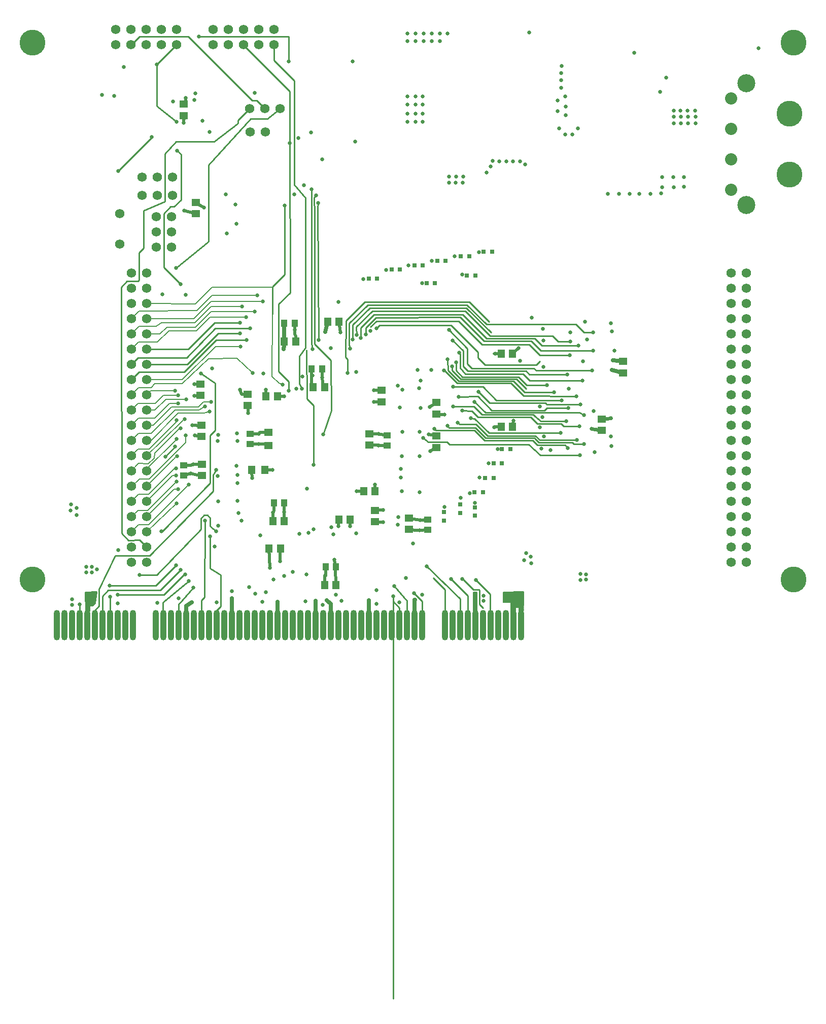
<source format=gbl>
%FSLAX24Y24*%
%MOIN*%
G70*
G01*
G75*
%ADD10C,0.0080*%
%ADD11R,0.2400X0.2600*%
%ADD12R,0.0600X0.1000*%
%ADD13R,0.0400X0.0400*%
%ADD14R,0.0300X0.0300*%
%ADD15R,0.0350X0.0200*%
%ADD16R,0.1024X0.1417*%
%ADD17R,0.0630X0.0630*%
%ADD18R,0.0472X0.0433*%
%ADD19R,0.0600X0.0600*%
%ADD20R,0.1024X0.0630*%
%ADD21R,0.0433X0.0472*%
%ADD22R,0.0787X0.1496*%
%ADD23R,0.0354X0.0315*%
%ADD24R,0.1102X0.2126*%
%ADD25R,0.1417X0.1024*%
%ADD26R,0.1024X0.1417*%
%ADD27O,0.0630X0.0115*%
%ADD28R,0.0630X0.0115*%
%ADD29R,0.0315X0.0354*%
%ADD30R,0.0394X0.0551*%
%ADD31R,0.0394X0.0394*%
%ADD32O,0.0866X0.0256*%
%ADD33O,0.0256X0.0866*%
%ADD34R,0.0256X0.0866*%
%ADD35R,0.0945X0.0315*%
%ADD36O,0.0945X0.0315*%
%ADD37R,0.0157X0.0531*%
%ADD38O,0.0400X0.2000*%
%ADD39R,0.2126X0.1102*%
%ADD40O,0.0600X0.1700*%
%ADD41R,0.0600X0.1700*%
%ADD42R,0.0551X0.0512*%
%ADD43R,0.0200X0.0350*%
%ADD44R,0.0500X0.0180*%
%ADD45O,0.0115X0.0630*%
%ADD46O,0.0115X0.0630*%
%ADD47O,0.0630X0.0115*%
%ADD48R,0.0630X0.0114*%
%ADD49C,0.0100*%
%ADD50C,0.0090*%
%ADD51C,0.0070*%
%ADD52C,0.0150*%
%ADD53C,0.0200*%
%ADD54C,0.0800*%
%ADD55C,0.0250*%
%ADD56C,0.0120*%
%ADD57C,0.0197*%
%ADD58R,0.2035X0.2420*%
%ADD59C,0.0620*%
%ADD60C,0.1700*%
%ADD61C,0.1184*%
%ADD62C,0.0800*%
%ADD63C,0.0250*%
%ADD64R,0.0512X0.0551*%
%ADD65C,0.0280*%
%ADD66C,0.0220*%
D10*
X96360Y26112D02*
Y27000D01*
X96354Y25690D02*
X96374Y27000D01*
X95534Y26280D02*
X96363D01*
X95536Y26220D02*
X96362D01*
X96074Y25920D02*
X96357D01*
X96074Y25860D02*
X96356D01*
X95538Y26160D02*
X96361D01*
X95540Y26100D02*
X96360D01*
X96060Y25970D02*
Y26998D01*
X96000Y25970D02*
Y26997D01*
X95940Y25970D02*
Y26997D01*
X95880Y25970D02*
Y26996D01*
X96074Y25800D02*
X96355D01*
X96074Y25740D02*
X96354D01*
X95834Y25970D02*
X96074D01*
X96300Y25690D02*
Y27000D01*
X96240Y25690D02*
Y26999D01*
X96180Y25690D02*
Y26999D01*
X96120Y25690D02*
Y26998D01*
X96074Y25690D02*
Y25970D01*
Y25690D02*
X96354D01*
X95834D02*
Y25970D01*
X95820Y25690D02*
Y26996D01*
X95760Y25690D02*
Y26996D01*
X95700Y25690D02*
Y26995D01*
X95640Y25690D02*
Y26995D01*
X95580Y25690D02*
Y26994D01*
X95534Y26300D02*
X95554Y25690D01*
X95834D01*
X95054Y26990D02*
X96374Y27000D01*
X95054Y26940D02*
X96373D01*
X95054Y26880D02*
X96372D01*
X95054Y26820D02*
X96371D01*
X95054Y26760D02*
X96370D01*
X95054Y26700D02*
X96369D01*
X95054Y26640D02*
X96368D01*
X95100Y26318D02*
Y26991D01*
X95054Y26320D02*
Y26990D01*
Y26580D02*
X96367D01*
X95054Y26520D02*
X96366D01*
X95054Y26460D02*
X96365D01*
X95054Y26400D02*
X96364D01*
X95054Y26340D02*
X96363D01*
X95542Y26040D02*
X96359D01*
X95544Y25980D02*
X96358D01*
X95520Y26301D02*
Y26994D01*
X95546Y25920D02*
X95834D01*
X95548Y25860D02*
X95834D01*
X95550Y25800D02*
X95834D01*
X95552Y25740D02*
X95834D01*
X95460Y26303D02*
Y26993D01*
X95400Y26306D02*
Y26993D01*
X95340Y26308D02*
Y26992D01*
X95280Y26311D02*
Y26992D01*
X95220Y26313D02*
Y26991D01*
X95160Y26316D02*
Y26991D01*
X95054Y26320D02*
X95534Y26300D01*
X93074Y26970D02*
X93314D01*
X93074Y26940D02*
X93314D01*
X93074Y26880D02*
X93314D01*
X93074Y26820D02*
X93314D01*
X93074Y26760D02*
X93314D01*
X93074Y26700D02*
X93314D01*
X93074Y26640D02*
X93314D01*
X93074Y26580D02*
X93314D01*
Y25730D02*
Y26970D01*
X93300Y25730D02*
Y26970D01*
X93240Y25730D02*
Y26970D01*
X93074Y25730D02*
X93314D01*
X93180D02*
Y26970D01*
X93120Y25730D02*
Y26970D01*
X93074Y25730D02*
Y26970D01*
Y26520D02*
X93314D01*
X93074Y26460D02*
X93314D01*
X93074Y26400D02*
X93314D01*
X93074Y26340D02*
X93314D01*
X93074Y26280D02*
X93314D01*
X93074Y26220D02*
X93314D01*
X93074Y26160D02*
X93314D01*
X93074Y26100D02*
X93314D01*
X93074Y26040D02*
X93314D01*
X93074Y25980D02*
X93314D01*
X93074Y25920D02*
X93314D01*
X93074Y25860D02*
X93314D01*
X93074Y25800D02*
X93314D01*
X93074Y25740D02*
X93314D01*
X68339Y26966D02*
Y27000D01*
X68280Y26567D02*
Y26999D01*
X67584Y26980D02*
X68339Y27000D01*
X68234Y26250D02*
X68339Y26966D01*
X68084Y26080D02*
X68234Y26250D01*
X67584Y26940D02*
X68335D01*
X68220Y26235D02*
Y26997D01*
X68160Y26167D02*
Y26995D01*
X68100Y26099D02*
Y26994D01*
X68040Y26080D02*
Y26992D01*
X67980Y26080D02*
Y26991D01*
X67920Y26080D02*
Y26989D01*
X67860Y25730D02*
Y26987D01*
X67874Y26080D02*
X68084D01*
X67874Y25730D02*
Y26080D01*
X67594Y25730D02*
X67874D01*
X67800D02*
Y26986D01*
X67740Y25730D02*
Y26984D01*
X67680Y25730D02*
Y26983D01*
X67620Y25730D02*
Y26981D01*
X67584Y26980D02*
X67594Y25730D01*
X67584Y26880D02*
X68326D01*
X67585Y26820D02*
X68317D01*
X67585Y26760D02*
X68308D01*
X67586Y26700D02*
X68300D01*
X67586Y26640D02*
X68291D01*
X67587Y26580D02*
X68282D01*
X67587Y26520D02*
X68273D01*
X67588Y26460D02*
X68264D01*
X67588Y26400D02*
X68256D01*
X67589Y26340D02*
X68247D01*
X67589Y26280D02*
X68238D01*
X67590Y26220D02*
X68207D01*
X67590Y26160D02*
X68154D01*
X67591Y26100D02*
X68101D01*
X67591Y26040D02*
X67874D01*
X67592Y25980D02*
X67874D01*
X67592Y25920D02*
X67874D01*
X67593Y25860D02*
X67874D01*
X67593Y25800D02*
X67874D01*
X67593Y25740D02*
X67874D01*
X71594Y45930D02*
X74798Y45919D01*
X79840Y41130D02*
X79860Y45230D01*
X79840Y41130D02*
X80314Y40710D01*
X80524Y40600D01*
X70594Y44930D02*
X71114Y45450D01*
X74906Y45464D01*
X75914Y46481D02*
X78866D01*
X71594Y44930D02*
X74691Y44943D01*
X70594Y43930D02*
X71104Y44440D01*
X72252Y44447D01*
X72557Y44679D02*
X74765D01*
X71594Y43930D02*
X72458Y43943D01*
X72930Y44389D01*
X70594Y42930D02*
X71064Y43400D01*
X72318Y43397D01*
X73078Y44150D01*
X74881D01*
X71594Y40930D02*
X73924D01*
X76137Y43124D01*
X77758D01*
X70594Y39930D02*
X71074Y40410D01*
X71894D01*
X72154Y40670D01*
X73954D01*
X75658Y42322D01*
X77543Y42331D01*
X75384Y38760D02*
X75724Y38860D01*
X75024Y38950D02*
X75444Y39170D01*
X75324Y39470D02*
X75834D01*
X75004Y39130D02*
X75324Y39470D01*
X73954Y38220D02*
X74094Y38350D01*
X71594Y39930D02*
X71884Y40220D01*
X73484D01*
X70594Y38930D02*
X71054Y39390D01*
X72184D01*
X72694Y39900D01*
X73684D01*
X71594Y38930D02*
X72144D01*
X72864Y39650D01*
X74214D01*
X70594Y37930D02*
X71074Y38410D01*
X72124D01*
X73094Y39380D01*
X73674Y39390D01*
X71594Y37930D02*
X72034D01*
X73234Y39130D01*
X75004D01*
X70594Y36930D02*
X71064Y37400D01*
X71904D01*
X73474Y38950D01*
X75024D01*
X71874Y36920D02*
X73674Y38750D01*
X71594Y36930D02*
X71874Y36920D01*
X73674Y38750D02*
X75384Y38760D01*
X70594Y35930D02*
X71054Y36390D01*
X71774D01*
X73574Y38190D01*
Y38280D01*
X71506Y35842D02*
X73954Y38220D01*
X74094Y38350D02*
X74194D01*
X70594Y34930D02*
X71084Y35430D01*
X71694Y35410D01*
X72094Y35790D01*
X72124Y36100D01*
X73774Y37750D01*
X73844D01*
X71534Y35000D02*
X73524Y36990D01*
X73584Y37060D01*
X70594Y33930D02*
X70634D01*
X71134Y34400D01*
X71774Y34410D01*
X74164Y36800D01*
X74174Y37270D01*
X71594Y33930D02*
X73404Y35740D01*
X73604Y35900D01*
X70594Y32930D02*
X71064Y33400D01*
X71734D01*
X73434Y35100D01*
X73554D01*
X71594Y32930D02*
X73304Y34640D01*
X73554D01*
X70594Y31930D02*
X71024Y32360D01*
X71684D01*
X73474Y34150D01*
X73564Y34230D01*
X71594Y31930D02*
X73404Y33740D01*
X73674D01*
X70594Y30930D02*
X71064Y31400D01*
X71724D01*
X73644Y33320D01*
X74374Y34060D01*
X71594Y30930D02*
X73584Y32820D01*
X73544Y32830D02*
X73584Y32820D01*
X72930Y44389D02*
X74815Y44381D01*
X72252Y44447D02*
X72557Y44679D01*
X74798Y45919D02*
X75889Y47027D01*
X79874D01*
X74906Y45464D02*
X75914Y46481D01*
X74691Y44943D02*
X75823Y46076D01*
X79224Y46079D01*
X74765Y44679D02*
X75831Y45737D01*
X77874Y45737D01*
X74815Y44381D02*
X75840Y45415D01*
X78717D01*
X74881Y44150D02*
X75782Y45043D01*
X78130D01*
X77543Y42331D02*
X78568Y41372D01*
D14*
X93754Y49330D02*
D03*
X94304D02*
D03*
X94404Y35430D02*
D03*
X91154Y31680D02*
D03*
X92204Y32180D02*
D03*
Y32730D02*
D03*
X94404Y34480D02*
D03*
X93854D02*
D03*
X95504Y36380D02*
D03*
X94954D02*
D03*
X93164Y32550D02*
D03*
Y32000D02*
D03*
X93154Y33530D02*
D03*
X93704D02*
D03*
X94954Y35430D02*
D03*
X91154Y32230D02*
D03*
X92254Y49030D02*
D03*
X92804D02*
D03*
X86754Y47580D02*
D03*
X86204D02*
D03*
X91254Y48738D02*
D03*
X90704D02*
D03*
X90004Y47280D02*
D03*
X90554D02*
D03*
X92654Y47780D02*
D03*
X93204D02*
D03*
X89204Y48430D02*
D03*
X89754D02*
D03*
X88254Y48180D02*
D03*
X87704D02*
D03*
D18*
X90085Y31750D02*
D03*
Y31081D02*
D03*
X74054Y34630D02*
D03*
Y35299D02*
D03*
X78394Y36722D02*
D03*
Y37392D02*
D03*
X87419Y36595D02*
D03*
Y37264D02*
D03*
D21*
X80654Y32830D02*
D03*
X79984D02*
D03*
X80654Y44630D02*
D03*
X81323D02*
D03*
X84054Y28630D02*
D03*
X83384D02*
D03*
X82454Y41630D02*
D03*
X83123D02*
D03*
D38*
X70704Y24820D02*
D03*
X96204D02*
D03*
X95704D02*
D03*
X95204D02*
D03*
X94704D02*
D03*
X94204D02*
D03*
X93704D02*
D03*
X93204D02*
D03*
X92704D02*
D03*
X92204D02*
D03*
X91704D02*
D03*
X91204D02*
D03*
X89704D02*
D03*
X89204D02*
D03*
X88704D02*
D03*
X88204D02*
D03*
X87704D02*
D03*
X87204D02*
D03*
X86704D02*
D03*
X86204D02*
D03*
X85704D02*
D03*
X85204D02*
D03*
X84704D02*
D03*
X84204D02*
D03*
X83704D02*
D03*
X83204D02*
D03*
X82704D02*
D03*
X82204D02*
D03*
X81704D02*
D03*
X81204D02*
D03*
X80704D02*
D03*
X80204D02*
D03*
X79704D02*
D03*
X79204D02*
D03*
X78704D02*
D03*
X78204D02*
D03*
X77704D02*
D03*
X77204D02*
D03*
X76704D02*
D03*
X76204D02*
D03*
X75704D02*
D03*
X75204D02*
D03*
X74704D02*
D03*
X74204D02*
D03*
X73704D02*
D03*
X73204D02*
D03*
X72704D02*
D03*
X72204D02*
D03*
X70204D02*
D03*
X69704D02*
D03*
X69204D02*
D03*
X68704D02*
D03*
X68204D02*
D03*
X67704D02*
D03*
X67204D02*
D03*
X66704D02*
D03*
X66204D02*
D03*
X65704D02*
D03*
D42*
X79594Y36622D02*
D03*
Y37470D02*
D03*
X90654Y37230D02*
D03*
Y36482D02*
D03*
X74854Y51830D02*
D03*
Y52578D02*
D03*
X75150Y39902D02*
D03*
Y40650D02*
D03*
X86619Y32343D02*
D03*
Y31595D02*
D03*
X88850Y31102D02*
D03*
Y31850D02*
D03*
X75219Y37943D02*
D03*
Y37195D02*
D03*
X90654Y38682D02*
D03*
Y39430D02*
D03*
X75254Y35378D02*
D03*
Y34630D02*
D03*
X86254Y37378D02*
D03*
Y36630D02*
D03*
X87054Y39482D02*
D03*
Y40230D02*
D03*
X101500Y37602D02*
D03*
Y38350D02*
D03*
X102892Y41393D02*
D03*
Y42141D02*
D03*
X74054Y59030D02*
D03*
Y58282D02*
D03*
X78254Y39230D02*
D03*
Y39978D02*
D03*
D49*
X79860Y45230D02*
Y47030D01*
X80660Y47830D01*
Y52370D01*
X80944Y61860D02*
Y63480D01*
X75044D02*
X80944D01*
X72824Y35870D02*
X73484Y36530D01*
X69184Y27420D02*
X72204D01*
X73534Y28750D01*
X69084Y27100D02*
X72494D01*
X68704Y24820D02*
Y26720D01*
X69084Y27100D01*
X72494D02*
X73824Y28430D01*
X69694Y26820D02*
X72724D01*
X74064Y28160D01*
X74124Y28130D01*
X72684Y26300D02*
X72704Y24820D01*
X72684Y26300D02*
X74384Y27720D01*
X73704Y26170D02*
X74664Y27270D01*
X73704Y26170D02*
X73714Y26040D01*
X73704Y24820D02*
X73714Y26040D01*
X75204Y24820D02*
Y26440D01*
X75414Y26650D01*
X75424Y31690D01*
X76474Y26060D02*
X76476Y28119D01*
X75757Y28557D02*
X76476Y28119D01*
X75757Y28557D02*
Y30648D01*
X76204Y25790D02*
X76474Y26060D01*
X94184Y24840D02*
Y26830D01*
X93244Y27770D02*
X94184Y26830D01*
X93244Y27770D02*
Y27780D01*
X93474Y26190D02*
X93704Y25950D01*
X93474Y26190D02*
Y27120D01*
X93444Y27140D02*
X93474Y27120D01*
X93074Y27140D02*
X93444D01*
X92364Y27850D02*
X93074Y27140D01*
X92334Y27850D02*
X92364D01*
X92704Y24820D02*
Y26750D01*
X91604Y27850D02*
X92704Y26750D01*
X91604Y27850D02*
Y27860D01*
X92204Y24820D02*
Y26540D01*
X89994Y28690D02*
X92204Y26540D01*
X89994Y28690D02*
D01*
X91204Y24820D02*
Y27160D01*
X90441Y27920D02*
X91204Y27160D01*
X89704Y24820D02*
Y26390D01*
X89159Y26920D02*
X89704Y26390D01*
X88704Y24820D02*
Y26150D01*
Y26420D01*
X87864Y27380D02*
X88704Y26420D01*
X88204Y24820D02*
Y25950D01*
X87804Y26370D02*
X88204Y25950D01*
X87794Y26700D02*
X87804Y263ë(                                                                                                                                                                                                                                                                                                                                                                                                                                                                                                                                                                                                                                                                                                                                                                                                                                                                                                                                                                                                                                                                                                                                                                                                                                                                                                                                                                                                                                                                                                                                                                                                                                                                                                                                                                                                                                                                                                                                                                                                                                                                                                                                                                                                                                                                                                                                                                                                                                                                                                                                                                                                                                                                                                                                                                                                                                                                                                                                                                                                                                                                                                                                                                                                                                                                                                                                                                                                                                                                                                                                                                                                                                                                                                                                                                                                                                                                                                                                                                                                                                                                                                                                                                                                                                                                                                                                                                                                                                                                                                                                                                                                                                                                                                                                                                                                                                                                                                                                                                                                                                                                                                                                                                                                                                                                                                                                                                                                                                                                                                                                                                                                                                                                                                                                                                                                                                                                                                                                                                                                                                                                                                                                                                                                                                                                                                                                                                                        D01*
X82095Y42867D02*
X82124Y39680D01*
X82564Y39240D01*
Y35340D02*
Y39240D01*
X82454Y52220D02*
Y52550D01*
X82734Y53040D02*
X82754D01*
X82594Y52900D02*
X82734Y53040D01*
X82594Y52390D02*
Y52900D01*
Y52390D02*
X82644Y52340D01*
X82637Y43276D02*
X82644Y52340D01*
X82637Y43276D02*
X83717Y42196D01*
X83724Y38920D01*
X82854Y52240D02*
X82900Y43538D01*
X83214Y37330D02*
X83724Y38920D01*
X82444Y53450D02*
X82454Y52550D01*
X82437Y43298D02*
X82454Y52220D01*
X82854Y52240D02*
X82864Y52530D01*
X91494Y36690D02*
X96694D01*
X91324Y36860D02*
X91494Y36690D01*
X92804Y46060D02*
X94104Y44760D01*
X85954Y46060D02*
X92804D01*
X84704Y44810D02*
X85954Y46060D01*
X84687Y42396D02*
X84704Y44810D01*
X84687Y42396D02*
X84794Y42265D01*
Y41380D02*
Y42265D01*
X85674Y43680D02*
Y44360D01*
X100324Y44060D02*
X100944D01*
X99814Y44570D02*
X100324Y44060D01*
X93934Y44570D02*
X99814D01*
X92644Y45860D02*
X93934Y44570D01*
X86124Y45860D02*
X92644D01*
X84894Y44630D02*
X86124Y45860D01*
X84894Y43250D02*
Y44630D01*
Y43250D02*
X84976Y42992D01*
X92604Y45660D02*
X94234Y44030D01*
X86264Y45660D02*
X92604D01*
X85134Y44530D02*
X86264Y45660D01*
X85124Y43570D02*
X85134Y44530D01*
X98274Y43800D02*
X98624Y43450D01*
X94184Y43800D02*
X98274D01*
X92544Y45440D02*
X94184Y43800D01*
X86454Y45440D02*
X92544D01*
X85374Y44400D02*
X86454Y45440D01*
X85374Y44400D02*
X85394Y43870D01*
X97564Y43180D02*
X99984D01*
X97104Y43630D02*
X97564Y43180D01*
X93944Y43630D02*
X97104D01*
X92364Y45220D02*
X93944Y43630D01*
X86534Y45220D02*
X92364D01*
X85674Y44360D02*
X86534Y45220D01*
X86664Y45020D02*
X92194Y45030D01*
X85994Y43910D02*
Y44340D01*
X86664Y45020D01*
X100944Y42850D02*
X100954Y42840D01*
X97494Y42850D02*
X100944D01*
X96874Y43470D02*
X97494Y42850D01*
X93764Y43470D02*
X96874D01*
X92194Y45030D02*
X93764Y43470D01*
X97444Y42550D02*
X99404D01*
X96734Y43260D02*
X97444Y42550D01*
X93644Y43260D02*
X96734D01*
X92114Y44790D02*
X93644Y43260D01*
X86714Y44790D02*
X92114D01*
X86320Y44396D02*
X86714Y44790D01*
X97194Y41900D02*
X97434Y42140D01*
X93854Y41900D02*
X97194D01*
X93384Y42370D02*
X93854Y41900D01*
X93384Y42370D02*
Y42730D01*
X91614Y44500D02*
X93384Y42730D01*
X86894Y44500D02*
X91614D01*
X86694Y44300D02*
X86894Y44500D01*
X91464Y44220D02*
X92684Y42990D01*
Y41970D02*
Y42990D01*
X91704Y43500D02*
X92394Y42860D01*
Y41810D02*
Y42860D01*
X92124Y42700D02*
X92204Y42620D01*
Y41710D02*
Y42620D01*
X91684Y41550D02*
Y41800D01*
X91374Y42270D02*
X91375Y42273D01*
X97204Y41540D02*
X100864D01*
X97054Y41690D02*
X97204Y41540D01*
X92964Y41690D02*
X97054D01*
X92684Y41970D02*
X92964Y41690D01*
X96744Y41290D02*
X99244D01*
X96544Y41510D02*
X96744Y41290D01*
X92694Y41510D02*
X96544D01*
X92394Y41810D02*
X92694Y41510D01*
X96764Y40890D02*
X100254D01*
X96334Y41320D02*
X96764Y40890D01*
X92554Y41320D02*
X96334D01*
X92204Y41710D02*
X92554Y41320D01*
X96574Y40570D02*
X97914Y40580D01*
X96024Y41120D02*
X96574Y40570D01*
X92354Y41120D02*
X96024D01*
X91954Y41540D02*
X92354Y41120D01*
X91944Y42090D02*
X91954Y41540D01*
X95914Y40980D02*
X96554Y40340D01*
X92244Y40980D02*
X95914D01*
X91684Y41550D02*
X92244Y40980D01*
X96424Y40120D02*
X98384Y40110D01*
X95704Y40840D02*
X96424Y40120D01*
X92114Y40840D02*
X95704D01*
X91394Y41560D02*
X92114Y40840D01*
X96384Y39870D02*
X99824Y39860D01*
X95554Y40700D02*
X96384Y39870D01*
X92004Y40700D02*
X95554D01*
X91094Y41610D02*
X92004Y40700D01*
X91094Y41610D02*
X91134Y41550D01*
X97484Y35969D02*
X100074Y35990D01*
X90114Y36860D02*
X91324D01*
X96694Y36690D02*
X97484Y35969D01*
X89774Y37120D02*
X90114Y36860D01*
X96964Y36930D02*
X97284Y36640D01*
X96964Y36930D02*
Y36940D01*
X90604Y37610D02*
X93144D01*
X93814Y36940D02*
X96964D01*
X93144Y37610D02*
X93814Y36940D01*
X99664Y36710D02*
X100334D01*
X99574Y36800D02*
X99664Y36710D01*
X97384Y36800D02*
X99574D01*
X97094Y37090D02*
X97384Y36800D01*
X97094Y37090D02*
Y37100D01*
X90504Y37710D02*
X90604Y37610D01*
X93884Y37100D02*
X97094D01*
X93194Y37790D02*
X93884Y37100D01*
X97424Y36990D02*
X99874D01*
X97154Y37260D02*
X97424Y36990D01*
X93994Y37260D02*
X97154D01*
X93234Y38020D02*
X93994Y37260D01*
X97584Y37450D02*
X98814Y37460D01*
X97565Y37442D02*
X97584Y37450D01*
X94095Y37442D02*
X97565D01*
X93145Y38378D02*
X94095Y37442D01*
X92914Y38410D02*
X93145Y38378D01*
X99004Y37880D02*
X100044D01*
X98854Y38030D02*
X99004Y37880D01*
X97274Y38030D02*
X98854D01*
X96824Y38480D02*
X97274Y38030D01*
X93364Y38480D02*
X96824D01*
X92964Y38880D02*
X93364Y38480D01*
X92344Y38900D02*
X92964Y38880D01*
X92344Y38900D02*
X92974Y38890D01*
X99034Y38210D02*
X99164Y38211D01*
X97514Y38210D02*
X99034D01*
X97154Y38510D02*
X97514Y38210D01*
X96994Y38640D02*
X97154Y38510D01*
X91744Y39180D02*
X93117D01*
X93647Y38640D02*
X96994D01*
X93117Y39180D02*
X93647Y38640D01*
X100054Y38780D02*
X100324Y38600D01*
X93864Y38780D02*
X100054D01*
X93134Y39480D02*
X93864Y38780D01*
X92104Y39820D02*
X93374Y39840D01*
X94274Y38920D02*
X97754D01*
X97914Y39070D01*
X99314D01*
X93394Y40150D02*
X93404D01*
X94134Y39420D01*
X97794D01*
X97884Y39330D01*
Y39320D02*
Y39330D01*
Y39320D02*
X100114D01*
X91744Y40470D02*
X93714D01*
X94574Y39590D02*
X98864D01*
X79554Y58080D02*
X80374Y58760D01*
X78424Y58080D02*
X79554D01*
X75664Y55050D02*
X78424Y58080D01*
X75664Y50010D02*
Y55050D01*
X73546Y48287D02*
X75664Y50010D01*
X71594Y42930D02*
X74344D01*
X76071Y44670D01*
X70594Y41930D02*
X71034Y42370D01*
X74224D01*
X76121Y44298D02*
X78419Y44307D01*
X71594Y41930D02*
X74284D01*
X76311Y43993D01*
X77750Y43984D01*
X70594Y40930D02*
X71114Y41450D01*
X74074D01*
X76170Y43546D01*
X78155D01*
X76034Y56570D02*
X77604Y57770D01*
X73544Y56570D02*
X76034D01*
X75178Y41330D02*
X76092Y40718D01*
X75774Y37280D02*
X76104Y37610D01*
X75774Y34140D02*
Y37280D01*
X72624Y30990D02*
X75774Y34140D01*
X72564Y30990D02*
X72624D01*
X75956Y34675D02*
X75972Y33625D01*
X77594Y57980D02*
X78374Y58760D01*
X77594Y57980D02*
X77604Y57770D01*
X72794Y55790D02*
X73544Y56570D01*
X72794Y52640D02*
Y55790D01*
X71394Y52040D02*
X72794Y52640D01*
X71394Y49580D02*
Y52040D01*
X71094Y49280D02*
X71394Y49580D01*
X71094Y47480D02*
Y49280D01*
X71034Y47420D02*
X71094Y47480D01*
X70314Y47420D02*
X71034D01*
X69944Y47010D02*
X70314Y47420D01*
X69944Y47010D02*
X69964Y30860D01*
X70414Y30380D01*
X71134Y30410D01*
X71594Y29950D01*
Y29930D02*
Y29950D01*
X68204Y24820D02*
Y25790D01*
X68484Y26070D01*
Y27190D01*
X69524Y29380D01*
X69534Y29370D02*
X71794Y29390D01*
X75972Y33625D01*
X76204Y24820D02*
Y25790D01*
X94184Y24840D02*
X94204Y24820D01*
X86674Y24850D02*
X86704Y24820D01*
X81204D02*
X81214Y24830D01*
X83184Y24840D02*
X83204Y24820D01*
X84204D02*
X84354D01*
X73704D02*
X73794D01*
Y25650D01*
X72265Y58917D02*
X73584Y57880D01*
X72264Y61650D02*
X72265Y58917D01*
X72264Y61650D02*
X73574Y62960D01*
X69194Y26670D02*
X69204Y24820D01*
X67204D02*
Y26190D01*
X70574Y62960D02*
X70604D01*
X71124Y63480D01*
X74324D01*
X78524Y59280D01*
X78854D01*
X79374Y58760D01*
X81014Y56480D02*
X81024Y46650D01*
X80284Y45910D02*
X81024Y46650D01*
X80264Y41670D02*
X80284Y45910D01*
X80264Y41490D02*
Y41670D01*
Y41490D02*
X80934Y40820D01*
Y40200D02*
Y40820D01*
X72731Y48325D02*
X73822Y47225D01*
X72724Y51850D02*
X72731Y48325D01*
X72724Y51850D02*
X73174Y52300D01*
X73414D01*
X73864Y52750D01*
Y55730D01*
X73614Y55980D02*
X73864Y55730D01*
X77974Y62910D02*
Y62960D01*
Y62910D02*
X81014Y59870D01*
Y56480D02*
Y59870D01*
X81624Y40690D02*
X81804Y40360D01*
X81624Y40690D02*
Y42484D01*
X82024Y43054D01*
Y52870D01*
X81304Y53760D02*
X82024Y52870D01*
X81304Y53760D02*
Y60570D01*
X79974Y61900D02*
X81304Y60570D01*
X79974Y61900D02*
Y62960D01*
X75594Y32030D02*
X75757Y31856D01*
X75384Y32030D02*
X75594D01*
X75174Y31820D02*
X75384Y32030D01*
X75174Y31120D02*
Y31820D01*
X72274Y28110D02*
X75174Y31120D01*
X71154Y28110D02*
X72274D01*
X69754Y54640D02*
X71944Y56830D01*
Y56870D01*
X97284Y36640D02*
X99114D01*
X99264Y36440D01*
X93714Y40470D02*
X94574Y39590D01*
X93374Y39840D02*
X94274Y38920D01*
X92174Y38020D02*
X93234D01*
X92054Y38120D02*
X92174Y38020D01*
X91374Y37910D02*
X91484Y37790D01*
X93194D01*
X91374Y42270D02*
X91394Y41560D01*
X76092Y40718D02*
X76104Y37610D01*
X75956Y34675D02*
X76179Y35006D01*
X75757Y31856D02*
X75765Y31326D01*
X76162Y30963D01*
X76071Y44670D02*
X77725D01*
X74224Y42370D02*
X76121Y44298D01*
X82437Y43298D02*
X82512Y42943D01*
X98624Y43450D02*
X99447D01*
D53*
X80383Y29842D02*
X80387Y29020D01*
X74504Y34780D02*
X75054Y34630D01*
X74054D02*
X74504Y34780D01*
X94464Y42630D02*
X94494Y42650D01*
X94464Y42630D02*
X94906D01*
X94444D02*
X94464D01*
X81323Y44630D02*
X81334Y44200D01*
X81323Y43901D02*
X81334Y44200D01*
X82454Y41040D02*
Y41630D01*
Y40390D02*
Y41040D01*
X80654Y32240D02*
Y32830D01*
Y31630D02*
Y32240D01*
X84054Y27400D02*
Y27430D01*
X84024Y27400D02*
X84054D01*
X84018Y28630D02*
X84024Y27400D01*
X83950Y29111D02*
X84018Y28630D01*
X84054D01*
Y28630D01*
X88754Y31830D02*
X89564Y31715D01*
X90085Y31750D01*
X90654Y37230D02*
Y37240D01*
X90154Y37340D02*
X90654Y37240D01*
X90204Y39160D02*
X90674Y39450D01*
Y39430D02*
Y39450D01*
X90654Y39430D02*
X90674D01*
X74744Y40630D02*
X75254D01*
X74764Y37280D02*
X75219Y37180D01*
Y37195D01*
X95644Y37850D02*
X95714Y38250D01*
X95644Y37830D02*
Y37850D01*
Y37830D02*
X95654D01*
Y42630D02*
X96054Y43020D01*
X74083Y52051D02*
X74854Y51830D01*
X74054Y59030D02*
X74164D01*
Y59460D01*
X83306Y27430D02*
Y28042D01*
X83334Y28070D01*
Y28042D02*
Y28070D01*
Y28042D02*
X83384D01*
Y28630D01*
X84211Y31756D02*
X84219D01*
Y31296D02*
Y31756D01*
X79906Y31630D02*
Y32222D01*
X79984Y32301D02*
Y32830D01*
X79906Y32222D02*
X79984Y32301D01*
X79652Y29850D02*
X79706Y28581D01*
X79367Y34995D02*
X79382Y35010D01*
X79864D01*
X78394Y37392D02*
X78955D01*
X79034Y37470D02*
X79594D01*
X78955Y37392D02*
X79034Y37470D01*
X74604Y37960D02*
X75186Y37910D01*
Y37943D01*
X75219D01*
X75246Y39882D02*
X75254D01*
X74744Y39890D02*
X75246D01*
Y39882D02*
Y39890D01*
X77824Y39980D02*
X78254Y39978D01*
X77744Y40270D02*
X77824Y39980D01*
X80202Y39830D02*
X80644D01*
X83123Y41630D02*
X83124Y41080D01*
X83202Y40412D02*
Y40430D01*
X83124Y41080D02*
X83202Y40412D01*
X84248Y44750D02*
X84322Y44060D01*
X81402Y43430D02*
Y43822D01*
X81323Y43901D02*
X81402Y43822D01*
X89539Y31054D02*
X90085Y31081D01*
X88754Y31082D02*
X89539Y31054D01*
X90244Y36250D02*
X90652Y36480D01*
Y36482D01*
X90654D01*
X86756Y37378D02*
X87419Y37264D01*
X86254Y37378D02*
X86756D01*
X86854Y37380D01*
X87064Y39472D02*
Y39482D01*
X87054D02*
X87064D01*
X86534Y39470D02*
X87064Y39472D01*
X86582Y32380D02*
X86619Y32343D01*
X86582Y32380D02*
X87125Y32368D01*
X85404Y33620D02*
X85846D01*
Y33595D02*
Y33620D01*
Y33595D02*
X85871D01*
X90676Y38660D02*
X91164D01*
X90676D02*
Y38682D01*
X90654D02*
X90676D01*
X74054Y35299D02*
X74523D01*
X74602Y35378D02*
X75054D01*
X74523Y35299D02*
X74602Y35378D01*
X94444Y37830D02*
X94906D01*
X94434Y37820D02*
X94444Y37830D01*
X74024Y57800D02*
X74084Y58252D01*
X74054D02*
X74084D01*
X74054D02*
Y58282D01*
X87044Y40240D02*
X87054D01*
Y40230D02*
Y40240D01*
X86859Y36595D02*
Y36630D01*
X87044Y40230D02*
Y40240D01*
X86554Y40250D02*
X87044Y40240D01*
X86859Y36595D02*
X87419D01*
X86844Y36610D02*
X86859Y36595D01*
X86254Y36630D02*
X86844D01*
Y36610D02*
Y36630D01*
X86604Y34060D02*
X86619D01*
Y33595D02*
Y34060D01*
X86564Y31595D02*
X87125Y31591D01*
X86564Y31595D02*
X86619D01*
X84959Y31756D02*
Y31796D01*
Y31316D02*
Y31796D01*
X78519Y34865D02*
Y34995D01*
Y34865D02*
X78534Y34470D01*
X78394Y36722D02*
X78974D01*
Y36710D02*
Y36722D01*
Y36710D02*
X79506D01*
Y36622D02*
Y36710D01*
Y36622D02*
X79594D01*
X78264Y38750D02*
Y39230D01*
X79454Y39830D02*
Y40280D01*
X78254Y39230D02*
X78264D01*
X74854Y52538D02*
X75374Y52230D01*
D55*
X102244Y42210D02*
X102884Y42150D01*
X74194Y26080D02*
X74584Y26320D01*
X74194Y26080D02*
X74204Y24820D01*
X83704D02*
Y26210D01*
X89204Y24820D02*
Y26470D01*
X89224D01*
X89204D02*
X89224D01*
X86204Y24820D02*
Y26430D01*
X83444Y26450D02*
X83704Y26210D01*
X82704Y24820D02*
Y26400D01*
X80204Y24820D02*
Y26350D01*
X77204Y24820D02*
Y26580D01*
X80614Y42950D02*
X80664Y43420D01*
X80654Y43430D02*
Y44630D01*
X102174Y41590D02*
X102892Y41393D01*
D59*
X109994Y47930D02*
D03*
X110994Y43930D02*
D03*
X109994Y42930D02*
D03*
X110994Y38930D02*
D03*
X109994Y37930D02*
D03*
X110994Y33930D02*
D03*
X109994Y32930D02*
D03*
X110994Y28930D02*
D03*
Y29930D02*
D03*
Y30930D02*
D03*
Y31930D02*
D03*
Y32930D02*
D03*
Y34930D02*
D03*
Y35930D02*
D03*
Y36930D02*
D03*
Y37930D02*
D03*
Y39930D02*
D03*
Y40930D02*
D03*
Y41930D02*
D03*
Y42930D02*
D03*
Y44930D02*
D03*
Y45930D02*
D03*
Y46930D02*
D03*
Y47930D02*
D03*
X109994Y28930D02*
D03*
Y29930D02*
D03*
Y30930D02*
D03*
Y31930D02*
D03*
Y33930D02*
D03*
Y34930D02*
D03*
Y35930D02*
D03*
Y36930D02*
D03*
Y38930D02*
D03*
Y39930D02*
D03*
Y40930D02*
D03*
Y41930D02*
D03*
Y43930D02*
D03*
Y44930D02*
D03*
Y45930D02*
D03*
Y46930D02*
D03*
X71594Y47930D02*
D03*
X70594Y29930D02*
D03*
X71594Y28930D02*
D03*
X70594D02*
D03*
X71594Y29930D02*
D03*
X70594Y47930D02*
D03*
X71594Y30930D02*
D03*
X70594D02*
D03*
X71594Y31930D02*
D03*
X70594D02*
D03*
X71594Y32930D02*
D03*
X70594D02*
D03*
X71594Y33930D02*
D03*
X70594D02*
D03*
X71594Y34930D02*
D03*
X70594D02*
D03*
X71594Y35930D02*
D03*
X70594D02*
D03*
X71594Y36930D02*
D03*
X70594D02*
D03*
X71594Y37930D02*
D03*
X70594D02*
D03*
X71594Y38930D02*
D03*
X70594D02*
D03*
X71594Y39930D02*
D03*
X70594D02*
D03*
X71594Y40930D02*
D03*
X70594D02*
D03*
X71594Y41930D02*
D03*
X70594D02*
D03*
X71594Y42930D02*
D03*
X70594D02*
D03*
X71594Y43930D02*
D03*
X70594D02*
D03*
X71594Y44930D02*
D03*
X70594D02*
D03*
X71594Y46930D02*
D03*
X70594D02*
D03*
X71594Y45930D02*
D03*
X70594D02*
D03*
X73574Y63960D02*
D03*
Y62960D02*
D03*
X72574Y63960D02*
D03*
Y62960D02*
D03*
X71574Y63960D02*
D03*
Y62960D02*
D03*
X70574Y63960D02*
D03*
X69574D02*
D03*
X69574Y62960D02*
D03*
X78374Y58760D02*
D03*
X79374Y58760D02*
D03*
X80374D02*
D03*
X70574Y62960D02*
D03*
X75974Y62960D02*
D03*
X76974Y62960D02*
D03*
X77974D02*
D03*
X78974D02*
D03*
X79974D02*
D03*
X75974Y63960D02*
D03*
X76974D02*
D03*
X77974D02*
D03*
X78974D02*
D03*
X79974D02*
D03*
X73254Y49630D02*
D03*
X72254Y51630D02*
D03*
X72254Y49630D02*
D03*
X73254Y50630D02*
D03*
Y51630D02*
D03*
X72254Y50630D02*
D03*
X69854Y49830D02*
D03*
Y51830D02*
D03*
X78394Y57210D02*
D03*
X79394Y57210D02*
D03*
X72304Y54240D02*
D03*
X71304D02*
D03*
X73304D02*
D03*
X72300Y53050D02*
D03*
X73300D02*
D03*
X71300D02*
D03*
D60*
X113852Y58410D02*
D03*
Y54410D02*
D03*
X64114Y27820D02*
D03*
Y63070D02*
D03*
X114114D02*
D03*
Y27820D02*
D03*
D61*
X110994Y60410D02*
D03*
Y52410D02*
D03*
D62*
X109994Y59410D02*
D03*
Y57410D02*
D03*
Y55410D02*
D03*
Y53410D02*
D03*
D63*
X80660Y52370D02*
D03*
X83883Y30789D02*
D03*
X70104Y61490D02*
D03*
X93164Y32860D02*
D03*
X91164Y32590D02*
D03*
X93164Y32860D02*
D03*
X92224Y33180D02*
D03*
X92834Y33470D02*
D03*
X93474Y34510D02*
D03*
X94074Y35440D02*
D03*
X94655Y36392D02*
D03*
X82154Y33780D02*
D03*
X90300Y41562D02*
D03*
X84194Y46050D02*
D03*
X83124Y55400D02*
D03*
X81934Y53700D02*
D03*
X82564Y35340D02*
D03*
X82754Y53040D02*
D03*
X83214Y37330D02*
D03*
X82444Y53450D02*
D03*
X82512Y42943D02*
D03*
X82864Y52530D02*
D03*
X82900Y43538D02*
D03*
X80944Y61860D02*
D03*
X75044Y63480D02*
D03*
X72824Y35870D02*
D03*
X73484Y36530D02*
D03*
X88093Y40553D02*
D03*
X102164Y44100D02*
D03*
X89694Y47280D02*
D03*
X85844Y47550D02*
D03*
X92334Y47860D02*
D03*
X87334Y48150D02*
D03*
X88804Y48440D02*
D03*
X90334Y48738D02*
D03*
X91854Y49050D02*
D03*
X93434Y49320D02*
D03*
X100394Y44760D02*
D03*
X84794Y41380D02*
D03*
X100944Y44060D02*
D03*
X84976Y42992D02*
D03*
X99454Y44040D02*
D03*
X85124Y43570D02*
D03*
X99447Y43450D02*
D03*
X85394Y43870D02*
D03*
X99984Y43180D02*
D03*
X85674Y43680D02*
D03*
X100954Y42840D02*
D03*
X85994Y43910D02*
D03*
X102334Y42850D02*
D03*
X99404Y42550D02*
D03*
X86320Y44140D02*
D03*
X89392Y41566D02*
D03*
X100270Y42140D02*
D03*
X86694Y44300D02*
D03*
X100864Y41540D02*
D03*
X91464Y44220D02*
D03*
X99244Y41290D02*
D03*
X91704Y43500D02*
D03*
X100254Y40890D02*
D03*
X92124Y42700D02*
D03*
X97914Y40580D02*
D03*
X91944Y42090D02*
D03*
X99334Y40350D02*
D03*
X91684Y41820D02*
D03*
X98384Y40110D02*
D03*
X99824Y39860D02*
D03*
X91134Y41550D02*
D03*
X100074Y35990D02*
D03*
X89774Y37120D02*
D03*
X99264Y36440D02*
D03*
X97544Y36410D02*
D03*
X100334Y36710D02*
D03*
X90504Y37710D02*
D03*
X91374Y37910D02*
D03*
X99874Y36990D02*
D03*
X92054Y38120D02*
D03*
X98814Y37460D02*
D03*
X92914Y38410D02*
D03*
X100044Y37880D02*
D03*
X92344Y38900D02*
D03*
X99164Y38211D02*
D03*
X91744Y39180D02*
D03*
X100324Y38600D02*
D03*
X93134Y39480D02*
D03*
X92104Y39820D02*
D03*
X99314Y39070D02*
D03*
X93394Y40150D02*
D03*
X100114Y39320D02*
D03*
X91744Y40470D02*
D03*
X98864Y39590D02*
D03*
X73822Y47225D02*
D03*
X73614Y55980D02*
D03*
X73546Y48287D02*
D03*
X80524Y40600D02*
D03*
X78866Y46481D02*
D03*
X79224Y46079D02*
D03*
X77874Y45737D02*
D03*
X78717Y45415D02*
D03*
X78130Y45043D02*
D03*
X77725Y44670D02*
D03*
X78419Y44307D02*
D03*
X77750Y43984D02*
D03*
X78155Y43546D02*
D03*
X77758Y43124D02*
D03*
X75178Y41330D02*
D03*
X72564Y30990D02*
D03*
X76294Y31351D02*
D03*
X69734Y29750D02*
D03*
X73484Y40220D02*
D03*
X73684Y39900D02*
D03*
X74214Y39650D02*
D03*
X73674Y39390D02*
D03*
X75834Y39470D02*
D03*
X75444Y39170D02*
D03*
X75724Y38860D02*
D03*
X73574Y38280D02*
D03*
X74094Y38350D02*
D03*
X73844Y37750D02*
D03*
X73584Y37060D02*
D03*
X74174Y37270D02*
D03*
X73604Y35900D02*
D03*
X73554Y35100D02*
D03*
Y34640D02*
D03*
X73564Y34230D02*
D03*
X73674Y33740D02*
D03*
X74374Y34060D02*
D03*
X73584Y32820D02*
D03*
X76179Y35006D02*
D03*
X69184Y27420D02*
D03*
X73534Y28750D02*
D03*
X73824Y28430D02*
D03*
X69694Y26820D02*
D03*
X74124Y28130D02*
D03*
X74384Y27720D02*
D03*
X74584Y26320D02*
D03*
X74664Y27270D02*
D03*
X75424Y31690D02*
D03*
X93244Y27780D02*
D03*
X92334Y27850D02*
D03*
X91604Y27860D02*
D03*
X89994Y28690D02*
D03*
X88654Y27911D02*
D03*
X89159Y26920D02*
D03*
X89204Y26470D02*
D03*
X87864Y27380D02*
D03*
X87794Y26700D02*
D03*
X86714Y27120D02*
D03*
X86704Y26210D02*
D03*
X84024Y26800D02*
D03*
X77194Y27050D02*
D03*
X78324Y27320D02*
D03*
X78744Y26870D02*
D03*
X79444Y26990D02*
D03*
X79954Y27820D02*
D03*
X80654Y28030D02*
D03*
X81214Y28320D02*
D03*
X82114Y28160D02*
D03*
X83184Y26160D02*
D03*
X82704Y26380D02*
D03*
X83444Y26450D02*
D03*
X76884Y50560D02*
D03*
X69704Y26260D02*
D03*
X72314Y26290D02*
D03*
X73704Y26580D02*
D03*
X76204Y26310D02*
D03*
X77204Y26580D02*
D03*
X79194Y26350D02*
D03*
X80204D02*
D03*
X82024Y26370D02*
D03*
X84394Y26420D02*
D03*
X86204Y26430D02*
D03*
X88204Y26320D02*
D03*
X89714Y26820D02*
D03*
X67914Y26440D02*
D03*
X68144Y26810D02*
D03*
X67734D02*
D03*
X67204Y26190D02*
D03*
X69194Y26670D02*
D03*
X66704Y26520D02*
D03*
X66714Y26140D02*
D03*
X93194Y26420D02*
D03*
Y26850D02*
D03*
X93744Y26420D02*
D03*
Y26760D02*
D03*
X95954Y26800D02*
D03*
X95934Y26450D02*
D03*
X95624Y26830D02*
D03*
X95514Y26470D02*
D03*
X95254Y26810D02*
D03*
X85124Y61860D02*
D03*
X68684Y59640D02*
D03*
X69484Y59590D02*
D03*
X78694Y59790D02*
D03*
X82419Y57185D02*
D03*
X85304Y56570D02*
D03*
X96867Y28871D02*
D03*
X96850Y29309D02*
D03*
X96412Y29086D02*
D03*
X96536Y29557D02*
D03*
X66994Y32060D02*
D03*
X66614Y32330D02*
D03*
X67014Y32510D02*
D03*
X66634Y32730D02*
D03*
X76071Y29987D02*
D03*
X73354Y59210D02*
D03*
X75264Y57950D02*
D03*
X111814Y62700D02*
D03*
X103624Y62410D02*
D03*
X96754Y63730D02*
D03*
X88233Y39115D02*
D03*
X83725Y31236D02*
D03*
X88390Y37502D02*
D03*
X88144Y31900D02*
D03*
X88390Y40264D02*
D03*
X85356Y41430D02*
D03*
X83690Y43010D02*
D03*
X81854Y41130D02*
D03*
X80614Y42950D02*
D03*
X79279Y41350D02*
D03*
X77543Y37420D02*
D03*
X76294Y37296D02*
D03*
X76261Y36907D02*
D03*
X77584Y36924D02*
D03*
X77502Y35262D02*
D03*
X77559Y34683D02*
D03*
X76278Y34600D02*
D03*
X77559Y34154D02*
D03*
X76319Y32955D02*
D03*
X77559Y32988D02*
D03*
X77832Y31674D02*
D03*
X77650Y32178D02*
D03*
X79082Y30715D02*
D03*
X80387Y29020D02*
D03*
X81641Y30822D02*
D03*
X82234Y30890D02*
D03*
X82574Y31110D02*
D03*
X83950Y29111D02*
D03*
X85372Y30830D02*
D03*
X89109Y30194D02*
D03*
X88114Y31410D02*
D03*
X89564Y31715D02*
D03*
X88374Y33617D02*
D03*
X89523Y33550D02*
D03*
X88299Y34509D02*
D03*
X88316Y35072D02*
D03*
X89523Y35923D02*
D03*
X88382D02*
D03*
X89531Y37502D02*
D03*
X89614Y39081D02*
D03*
X89490Y40388D02*
D03*
X105754Y60770D02*
D03*
X105334Y59850D02*
D03*
X102174Y41590D02*
D03*
X100974Y38880D02*
D03*
X97697Y37220D02*
D03*
X68324Y28470D02*
D03*
X67994Y28280D02*
D03*
X67654Y28270D02*
D03*
X67994Y28640D02*
D03*
X67654D02*
D03*
X100464Y27820D02*
D03*
X100484Y28140D02*
D03*
X100094Y27770D02*
D03*
Y28190D02*
D03*
X96054Y43020D02*
D03*
X102144Y36580D02*
D03*
X101054Y36190D02*
D03*
X102094Y37227D02*
D03*
X100824Y37700D02*
D03*
X102094Y38408D02*
D03*
X102244Y42210D02*
D03*
X100538Y43583D02*
D03*
X102094Y44630D02*
D03*
X97644Y44280D02*
D03*
X97674Y43520D02*
D03*
X96134Y42180D02*
D03*
X97674Y41780D02*
D03*
X97614Y38490D02*
D03*
X97454Y39170D02*
D03*
Y37800D02*
D03*
X74814Y59730D02*
D03*
X74024Y57800D02*
D03*
X74164Y59460D02*
D03*
X74083Y52051D02*
D03*
X75374Y52230D02*
D03*
X75754Y57210D02*
D03*
X73584Y57880D02*
D03*
X74754Y59310D02*
D03*
X94434Y37820D02*
D03*
X94494Y42650D02*
D03*
X74684Y35378D02*
D03*
X89539Y31054D02*
D03*
X90154Y37340D02*
D03*
X90204Y39160D02*
D03*
X74744Y40630D02*
D03*
X74764Y37280D02*
D03*
X74504Y34780D02*
D03*
X90244Y36250D02*
D03*
X91164Y38660D02*
D03*
X84344Y44060D02*
D03*
X83334Y28070D02*
D03*
X74604Y37960D02*
D03*
X74744Y39890D02*
D03*
X83124Y41080D02*
D03*
X78955Y37392D02*
D03*
X79906Y32222D02*
D03*
X80654Y32240D02*
D03*
X86854Y37380D02*
D03*
X78534Y34470D02*
D03*
X85404Y33620D02*
D03*
X86604Y34060D02*
D03*
X87125Y32368D02*
D03*
Y31591D02*
D03*
X84959Y31316D02*
D03*
X84219Y31296D02*
D03*
X79864Y35010D02*
D03*
X86844Y36610D02*
D03*
X86534Y39470D02*
D03*
X86554Y40250D02*
D03*
X82504Y41200D02*
D03*
X79454Y40280D02*
D03*
X80644Y39830D02*
D03*
X78264Y38750D02*
D03*
X77744Y40270D02*
D03*
X78974Y36710D02*
D03*
X93954Y54550D02*
D03*
X94194Y54930D02*
D03*
X96474Y55070D02*
D03*
X96134Y55290D02*
D03*
X95674D02*
D03*
X95224D02*
D03*
X94774D02*
D03*
X94354Y55310D02*
D03*
X89744Y59530D02*
D03*
X92384Y53890D02*
D03*
X91914D02*
D03*
X91464D02*
D03*
X92394Y54270D02*
D03*
X91924D02*
D03*
X91474D02*
D03*
X89744Y57870D02*
D03*
X89274D02*
D03*
X88754D02*
D03*
X89744Y58410D02*
D03*
X89274D02*
D03*
X88754D02*
D03*
X89744Y59000D02*
D03*
X89274D02*
D03*
X88754D02*
D03*
X89274Y59530D02*
D03*
X88754D02*
D03*
X99104Y57040D02*
D03*
X99564D02*
D03*
X98714Y57450D02*
D03*
X99944Y57430D02*
D03*
X98604Y58570D02*
D03*
Y59280D02*
D03*
X99134Y58310D02*
D03*
X99124Y58890D02*
D03*
X99104Y59530D02*
D03*
X98844Y60110D02*
D03*
Y60610D02*
D03*
Y61070D02*
D03*
X98864Y61540D02*
D03*
X105464Y54230D02*
D03*
X106214D02*
D03*
X106904Y54240D02*
D03*
X105474Y53590D02*
D03*
X106224D02*
D03*
X106914Y53600D02*
D03*
X103964Y53160D02*
D03*
X104714D02*
D03*
X105404Y53170D02*
D03*
X101904Y53130D02*
D03*
X102654D02*
D03*
X103344Y53140D02*
D03*
X107684Y57790D02*
D03*
X107184D02*
D03*
X106714D02*
D03*
X106254D02*
D03*
X107674Y58200D02*
D03*
X107174D02*
D03*
X106704D02*
D03*
X106244D02*
D03*
X107654Y58600D02*
D03*
X107154D02*
D03*
X106684D02*
D03*
X106224D02*
D03*
X90884Y63170D02*
D03*
X90344D02*
D03*
X89794D02*
D03*
X89284D02*
D03*
X88754D02*
D03*
X91374Y63680D02*
D03*
X90884D02*
D03*
X90344D02*
D03*
X89794D02*
D03*
X89284D02*
D03*
X88754D02*
D03*
X72264Y61650D02*
D03*
X81014Y56480D02*
D03*
X80934Y40200D02*
D03*
X81444Y40350D02*
D03*
X81320Y53110D02*
D03*
X81804Y40360D02*
D03*
X81574Y56800D02*
D03*
X83334Y44070D02*
D03*
X95714Y38250D02*
D03*
X76162Y30963D02*
D03*
X71154Y28110D02*
D03*
X69754Y54640D02*
D03*
X71944Y56870D02*
D03*
X81334Y44200D02*
D03*
X98134Y36320D02*
D03*
X96914Y45010D02*
D03*
X74184Y46520D02*
D03*
X75906Y41678D02*
D03*
X72654Y46530D02*
D03*
X77444Y52440D02*
D03*
X76804Y53110D02*
D03*
X77504Y51180D02*
D03*
X78568Y41372D02*
D03*
X75757Y30648D02*
D03*
X91375Y42273D02*
D03*
X89614Y40867D02*
D03*
X79706Y28581D02*
D03*
D64*
X79454Y39830D02*
D03*
X80202D02*
D03*
X78519Y34995D02*
D03*
X79367D02*
D03*
X80400Y29850D02*
D03*
X79652D02*
D03*
X84236Y31739D02*
D03*
X84984D02*
D03*
X83306Y27430D02*
D03*
X84054D02*
D03*
X81402Y43430D02*
D03*
X80654D02*
D03*
X85871Y33595D02*
D03*
X86619D02*
D03*
X83302Y40430D02*
D03*
X82554D02*
D03*
X79906Y31630D02*
D03*
X80654D02*
D03*
X84248Y44750D02*
D03*
X83500D02*
D03*
X94906Y37830D02*
D03*
X95654D02*
D03*
Y42630D02*
D03*
X94906D02*
D03*
D65*
X83334Y44070D02*
X83500Y44750D01*
D66*
X101500Y38350D02*
X102094Y38408D01*
X100824Y37700D02*
X101500Y37602D01*
M02*

</source>
